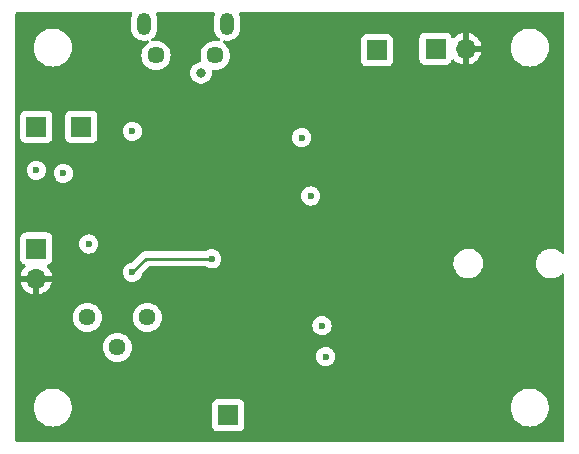
<source format=gbr>
%TF.GenerationSoftware,KiCad,Pcbnew,(6.0.2)*%
%TF.CreationDate,2023-09-05T21:11:47-07:00*%
%TF.ProjectId,parabolic_microphone,70617261-626f-46c6-9963-5f6d6963726f,rev?*%
%TF.SameCoordinates,Original*%
%TF.FileFunction,Copper,L4,Bot*%
%TF.FilePolarity,Positive*%
%FSLAX46Y46*%
G04 Gerber Fmt 4.6, Leading zero omitted, Abs format (unit mm)*
G04 Created by KiCad (PCBNEW (6.0.2)) date 2023-09-05 21:11:47*
%MOMM*%
%LPD*%
G01*
G04 APERTURE LIST*
%TA.AperFunction,ComponentPad*%
%ADD10R,1.700000X1.700000*%
%TD*%
%TA.AperFunction,ComponentPad*%
%ADD11O,1.700000X1.700000*%
%TD*%
%TA.AperFunction,ComponentPad*%
%ADD12O,1.200000X1.900000*%
%TD*%
%TA.AperFunction,ComponentPad*%
%ADD13C,1.450000*%
%TD*%
%TA.AperFunction,ComponentPad*%
%ADD14C,1.440000*%
%TD*%
%TA.AperFunction,ViaPad*%
%ADD15C,0.600000*%
%TD*%
%TA.AperFunction,ViaPad*%
%ADD16C,0.800000*%
%TD*%
%TA.AperFunction,Conductor*%
%ADD17C,0.250000*%
%TD*%
G04 APERTURE END LIST*
D10*
%TO.P,J3,1,Pin_1*%
%TO.N,Net-(C6-Pad2)*%
X69596000Y-43535600D03*
%TD*%
%TO.P,J7,1,Pin_1*%
%TO.N,Net-(J7-Pad1)*%
X85852000Y-67975800D03*
%TD*%
%TO.P,J1,1,Pin_1*%
%TO.N,VCC*%
X69596000Y-53848000D03*
D11*
%TO.P,J1,2,Pin_2*%
%TO.N,GND*%
X69596000Y-56388000D03*
%TD*%
D10*
%TO.P,J2,1,Pin_1*%
%TO.N,Net-(C7-Pad1)*%
X103398000Y-36932000D03*
D11*
%TO.P,J2,2,Pin_2*%
%TO.N,GND*%
X105938000Y-36932000D03*
%TD*%
D12*
%TO.P,J8,6,Shield*%
%TO.N,unconnected-(J8-Pad6)*%
X85740000Y-34798000D03*
D13*
X84740000Y-37498000D03*
D12*
X78740000Y-34798000D03*
D13*
X79740000Y-37498000D03*
%TD*%
D10*
%TO.P,J5,1,Pin_1*%
%TO.N,Net-(C7-Pad2)*%
X98445000Y-37059000D03*
%TD*%
D14*
%TO.P,RV1,1,1*%
%TO.N,Net-(R4-Pad2)*%
X78994000Y-59670000D03*
%TO.P,RV1,2,2*%
X76454000Y-62210000D03*
%TO.P,RV1,3,3*%
%TO.N,Net-(C8-Pad1)*%
X73914000Y-59670000D03*
%TD*%
D10*
%TO.P,J4,1,Pin_1*%
%TO.N,Net-(C6-Pad1)*%
X73406000Y-43535600D03*
%TD*%
D15*
%TO.N,VCC*%
X69596000Y-47224000D03*
X92837000Y-49403000D03*
X93788000Y-60387000D03*
D16*
X83540000Y-38989000D03*
D15*
X71882000Y-47478000D03*
X92075000Y-44450000D03*
X74041000Y-53467000D03*
X94107000Y-62992000D03*
X77724000Y-43922000D03*
%TO.N,GND*%
X89789000Y-62230000D03*
X89027000Y-57404000D03*
X81915000Y-43922000D03*
X71120000Y-63861000D03*
X103473000Y-49689000D03*
X82677000Y-52939000D03*
X72009000Y-51034000D03*
X70866000Y-51034000D03*
X111573000Y-56455000D03*
X74041000Y-57404000D03*
X75565000Y-51923000D03*
X68834000Y-51288000D03*
X88011000Y-46228000D03*
D16*
X80940000Y-38948000D03*
D15*
X87757000Y-43942000D03*
%TO.N,Net-(JP3-Pad2)*%
X77724000Y-55860000D03*
X84455000Y-54717000D03*
%TD*%
D17*
%TO.N,Net-(JP3-Pad2)*%
X77724000Y-55860000D02*
X78867000Y-54717000D01*
X78867000Y-54717000D02*
X84455000Y-54717000D01*
%TD*%
%TA.AperFunction,Conductor*%
%TO.N,GND*%
G36*
X77674283Y-33852802D02*
G01*
X77720776Y-33906458D01*
X77730880Y-33976732D01*
X77723028Y-34005898D01*
X77709199Y-34040214D01*
X77672314Y-34131737D01*
X77631772Y-34339337D01*
X77631500Y-34344899D01*
X77631500Y-35200846D01*
X77646548Y-35358566D01*
X77706092Y-35561534D01*
X77708836Y-35566861D01*
X77708836Y-35566862D01*
X77790756Y-35725919D01*
X77802942Y-35749580D01*
X77933604Y-35915920D01*
X77938135Y-35919852D01*
X77938138Y-35919855D01*
X78024058Y-35994412D01*
X78093363Y-36054552D01*
X78098549Y-36057552D01*
X78098553Y-36057555D01*
X78194957Y-36113326D01*
X78276454Y-36160473D01*
X78476271Y-36229861D01*
X78482206Y-36230722D01*
X78482208Y-36230722D01*
X78679664Y-36259352D01*
X78679667Y-36259352D01*
X78685604Y-36260213D01*
X78896899Y-36250433D01*
X78973347Y-36232009D01*
X79044258Y-36235494D01*
X79102028Y-36276763D01*
X79128315Y-36342714D01*
X79114774Y-36412407D01*
X79075139Y-36457715D01*
X79070094Y-36461248D01*
X78944093Y-36549475D01*
X78791475Y-36702093D01*
X78667677Y-36878894D01*
X78665354Y-36883876D01*
X78665351Y-36883881D01*
X78578784Y-37069525D01*
X78576461Y-37074507D01*
X78575039Y-37079815D01*
X78575038Y-37079817D01*
X78545574Y-37189778D01*
X78520599Y-37282987D01*
X78501788Y-37498000D01*
X78520599Y-37713013D01*
X78522023Y-37718326D01*
X78522023Y-37718328D01*
X78573609Y-37910848D01*
X78576461Y-37921493D01*
X78578783Y-37926474D01*
X78578784Y-37926475D01*
X78665351Y-38112119D01*
X78665354Y-38112124D01*
X78667677Y-38117106D01*
X78736990Y-38216094D01*
X78784957Y-38284598D01*
X78791475Y-38293907D01*
X78944093Y-38446525D01*
X79120894Y-38570323D01*
X79125876Y-38572646D01*
X79125881Y-38572649D01*
X79235423Y-38623729D01*
X79316507Y-38661539D01*
X79321815Y-38662961D01*
X79321817Y-38662962D01*
X79519672Y-38715977D01*
X79519674Y-38715977D01*
X79524987Y-38717401D01*
X79740000Y-38736212D01*
X79955013Y-38717401D01*
X79960326Y-38715977D01*
X79960328Y-38715977D01*
X80158183Y-38662962D01*
X80158185Y-38662961D01*
X80163493Y-38661539D01*
X80244577Y-38623729D01*
X80354119Y-38572649D01*
X80354124Y-38572646D01*
X80359106Y-38570323D01*
X80535907Y-38446525D01*
X80688525Y-38293907D01*
X80695044Y-38284598D01*
X80743010Y-38216094D01*
X80812323Y-38117106D01*
X80814646Y-38112124D01*
X80814649Y-38112119D01*
X80901216Y-37926475D01*
X80901217Y-37926474D01*
X80903539Y-37921493D01*
X80906392Y-37910848D01*
X80957977Y-37718328D01*
X80957977Y-37718326D01*
X80959401Y-37713013D01*
X80978212Y-37498000D01*
X80959401Y-37282987D01*
X80934426Y-37189778D01*
X80904962Y-37079817D01*
X80904961Y-37079815D01*
X80903539Y-37074507D01*
X80901216Y-37069525D01*
X80814649Y-36883881D01*
X80814646Y-36883876D01*
X80812323Y-36878894D01*
X80688525Y-36702093D01*
X80535907Y-36549475D01*
X80359106Y-36425677D01*
X80354124Y-36423354D01*
X80354119Y-36423351D01*
X80168475Y-36336784D01*
X80168474Y-36336783D01*
X80163493Y-36334461D01*
X80158185Y-36333039D01*
X80158183Y-36333038D01*
X79960328Y-36280023D01*
X79960326Y-36280023D01*
X79955013Y-36278599D01*
X79740000Y-36259788D01*
X79524987Y-36278599D01*
X79519674Y-36280023D01*
X79519672Y-36280023D01*
X79459216Y-36296222D01*
X79388239Y-36294532D01*
X79329444Y-36254738D01*
X79301496Y-36189473D01*
X79313270Y-36119460D01*
X79353705Y-36071745D01*
X79373710Y-36057555D01*
X79467611Y-35990946D01*
X79613881Y-35838150D01*
X79728620Y-35660452D01*
X79763514Y-35573869D01*
X79805442Y-35469832D01*
X79805443Y-35469829D01*
X79807686Y-35464263D01*
X79848228Y-35256663D01*
X79848500Y-35251101D01*
X79848500Y-34395154D01*
X79833452Y-34237434D01*
X79773908Y-34034466D01*
X79764650Y-34016490D01*
X79751242Y-33946772D01*
X79777656Y-33880872D01*
X79835505Y-33839713D01*
X79876667Y-33832800D01*
X84606162Y-33832800D01*
X84674283Y-33852802D01*
X84720776Y-33906458D01*
X84730880Y-33976732D01*
X84723028Y-34005898D01*
X84709199Y-34040214D01*
X84672314Y-34131737D01*
X84631772Y-34339337D01*
X84631500Y-34344899D01*
X84631500Y-35200846D01*
X84646548Y-35358566D01*
X84706092Y-35561534D01*
X84708836Y-35566861D01*
X84708836Y-35566862D01*
X84790756Y-35725919D01*
X84802942Y-35749580D01*
X84933604Y-35915920D01*
X84938135Y-35919852D01*
X84938138Y-35919855D01*
X85024058Y-35994412D01*
X85093363Y-36054552D01*
X85104182Y-36060811D01*
X85108508Y-36063314D01*
X85157455Y-36114741D01*
X85170828Y-36184467D01*
X85144381Y-36250354D01*
X85086511Y-36291483D01*
X85012797Y-36294082D01*
X84960335Y-36280024D01*
X84960324Y-36280022D01*
X84955013Y-36278599D01*
X84740000Y-36259788D01*
X84524987Y-36278599D01*
X84519674Y-36280023D01*
X84519672Y-36280023D01*
X84321817Y-36333038D01*
X84321815Y-36333039D01*
X84316507Y-36334461D01*
X84311526Y-36336783D01*
X84311525Y-36336784D01*
X84125881Y-36423351D01*
X84125876Y-36423354D01*
X84120894Y-36425677D01*
X83944093Y-36549475D01*
X83791475Y-36702093D01*
X83667677Y-36878894D01*
X83665354Y-36883876D01*
X83665351Y-36883881D01*
X83578784Y-37069525D01*
X83576461Y-37074507D01*
X83575039Y-37079815D01*
X83575038Y-37079817D01*
X83545574Y-37189778D01*
X83520599Y-37282987D01*
X83501788Y-37498000D01*
X83520599Y-37713013D01*
X83522023Y-37718326D01*
X83522023Y-37718328D01*
X83576461Y-37921493D01*
X83573990Y-37922155D01*
X83577794Y-37982295D01*
X83543257Y-38044326D01*
X83480667Y-38077837D01*
X83454898Y-38080500D01*
X83444513Y-38080500D01*
X83438061Y-38081872D01*
X83438056Y-38081872D01*
X83355295Y-38099464D01*
X83257712Y-38120206D01*
X83251682Y-38122891D01*
X83251681Y-38122891D01*
X83089278Y-38195197D01*
X83089276Y-38195198D01*
X83083248Y-38197882D01*
X82928747Y-38310134D01*
X82924326Y-38315044D01*
X82924325Y-38315045D01*
X82813340Y-38438307D01*
X82800960Y-38452056D01*
X82705473Y-38617444D01*
X82646458Y-38799072D01*
X82626496Y-38989000D01*
X82646458Y-39178928D01*
X82705473Y-39360556D01*
X82800960Y-39525944D01*
X82928747Y-39667866D01*
X83083248Y-39780118D01*
X83089276Y-39782802D01*
X83089278Y-39782803D01*
X83251681Y-39855109D01*
X83257712Y-39857794D01*
X83351112Y-39877647D01*
X83438056Y-39896128D01*
X83438061Y-39896128D01*
X83444513Y-39897500D01*
X83635487Y-39897500D01*
X83641939Y-39896128D01*
X83641944Y-39896128D01*
X83728887Y-39877647D01*
X83822288Y-39857794D01*
X83828319Y-39855109D01*
X83990722Y-39782803D01*
X83990724Y-39782802D01*
X83996752Y-39780118D01*
X84151253Y-39667866D01*
X84279040Y-39525944D01*
X84374527Y-39360556D01*
X84433542Y-39178928D01*
X84453504Y-38989000D01*
X84440007Y-38860581D01*
X84452779Y-38790743D01*
X84501281Y-38738896D01*
X84576298Y-38721890D01*
X84740000Y-38736212D01*
X84955013Y-38717401D01*
X84960326Y-38715977D01*
X84960328Y-38715977D01*
X85158183Y-38662962D01*
X85158185Y-38662961D01*
X85163493Y-38661539D01*
X85244577Y-38623729D01*
X85354119Y-38572649D01*
X85354124Y-38572646D01*
X85359106Y-38570323D01*
X85535907Y-38446525D01*
X85688525Y-38293907D01*
X85695044Y-38284598D01*
X85743010Y-38216094D01*
X85812323Y-38117106D01*
X85814646Y-38112124D01*
X85814649Y-38112119D01*
X85886920Y-37957134D01*
X97086500Y-37957134D01*
X97093255Y-38019316D01*
X97144385Y-38155705D01*
X97231739Y-38272261D01*
X97348295Y-38359615D01*
X97484684Y-38410745D01*
X97546866Y-38417500D01*
X99343134Y-38417500D01*
X99405316Y-38410745D01*
X99541705Y-38359615D01*
X99658261Y-38272261D01*
X99745615Y-38155705D01*
X99796745Y-38019316D01*
X99803500Y-37957134D01*
X99803500Y-37830134D01*
X102039500Y-37830134D01*
X102046255Y-37892316D01*
X102097385Y-38028705D01*
X102184739Y-38145261D01*
X102301295Y-38232615D01*
X102437684Y-38283745D01*
X102499866Y-38290500D01*
X104296134Y-38290500D01*
X104358316Y-38283745D01*
X104494705Y-38232615D01*
X104611261Y-38145261D01*
X104698615Y-38028705D01*
X104726727Y-37953717D01*
X104742798Y-37910848D01*
X104785440Y-37854084D01*
X104852001Y-37829384D01*
X104921350Y-37844592D01*
X104956017Y-37872580D01*
X104981218Y-37901673D01*
X104988580Y-37908883D01*
X105152434Y-38044916D01*
X105160881Y-38050831D01*
X105344756Y-38158279D01*
X105354042Y-38162729D01*
X105553001Y-38238703D01*
X105562899Y-38241579D01*
X105666250Y-38262606D01*
X105680299Y-38261410D01*
X105684000Y-38251065D01*
X105684000Y-38250517D01*
X106192000Y-38250517D01*
X106196064Y-38264359D01*
X106209478Y-38266393D01*
X106216184Y-38265534D01*
X106226262Y-38263392D01*
X106430255Y-38202191D01*
X106439842Y-38198433D01*
X106631095Y-38104739D01*
X106639945Y-38099464D01*
X106813328Y-37975792D01*
X106821200Y-37969139D01*
X106972052Y-37818812D01*
X106978730Y-37810965D01*
X107103003Y-37638020D01*
X107108313Y-37629183D01*
X107202670Y-37438267D01*
X107206469Y-37428672D01*
X107268377Y-37224910D01*
X107270555Y-37214837D01*
X107271986Y-37203962D01*
X107269775Y-37189778D01*
X107256617Y-37186000D01*
X106210115Y-37186000D01*
X106194876Y-37190475D01*
X106193671Y-37191865D01*
X106192000Y-37199548D01*
X106192000Y-38250517D01*
X105684000Y-38250517D01*
X105684000Y-36830000D01*
X109765526Y-36830000D01*
X109785391Y-37082403D01*
X109786545Y-37087210D01*
X109786546Y-37087216D01*
X109811670Y-37191865D01*
X109844495Y-37328591D01*
X109846388Y-37333162D01*
X109846389Y-37333164D01*
X109912399Y-37492525D01*
X109941384Y-37562502D01*
X110073672Y-37778376D01*
X110238102Y-37970898D01*
X110430624Y-38135328D01*
X110646498Y-38267616D01*
X110651068Y-38269509D01*
X110651072Y-38269511D01*
X110868603Y-38359615D01*
X110880409Y-38364505D01*
X110965032Y-38384821D01*
X111121784Y-38422454D01*
X111121790Y-38422455D01*
X111126597Y-38423609D01*
X111226416Y-38431465D01*
X111313345Y-38438307D01*
X111313352Y-38438307D01*
X111315801Y-38438500D01*
X111442199Y-38438500D01*
X111444648Y-38438307D01*
X111444655Y-38438307D01*
X111531584Y-38431465D01*
X111631403Y-38423609D01*
X111636210Y-38422455D01*
X111636216Y-38422454D01*
X111792968Y-38384821D01*
X111877591Y-38364505D01*
X111889397Y-38359615D01*
X112106928Y-38269511D01*
X112106932Y-38269509D01*
X112111502Y-38267616D01*
X112327376Y-38135328D01*
X112519898Y-37970898D01*
X112684328Y-37778376D01*
X112816616Y-37562502D01*
X112845602Y-37492525D01*
X112911611Y-37333164D01*
X112911612Y-37333162D01*
X112913505Y-37328591D01*
X112946330Y-37191865D01*
X112971454Y-37087216D01*
X112971455Y-37087210D01*
X112972609Y-37082403D01*
X112992474Y-36830000D01*
X112972609Y-36577597D01*
X112966794Y-36553372D01*
X112914660Y-36336221D01*
X112913505Y-36331409D01*
X112898044Y-36294082D01*
X112818511Y-36102072D01*
X112818509Y-36102068D01*
X112816616Y-36097498D01*
X112684328Y-35881624D01*
X112519898Y-35689102D01*
X112327376Y-35524672D01*
X112111502Y-35392384D01*
X112106932Y-35390491D01*
X112106928Y-35390489D01*
X111882164Y-35297389D01*
X111882162Y-35297388D01*
X111877591Y-35295495D01*
X111792968Y-35275179D01*
X111636216Y-35237546D01*
X111636210Y-35237545D01*
X111631403Y-35236391D01*
X111531584Y-35228535D01*
X111444655Y-35221693D01*
X111444648Y-35221693D01*
X111442199Y-35221500D01*
X111315801Y-35221500D01*
X111313352Y-35221693D01*
X111313345Y-35221693D01*
X111226416Y-35228535D01*
X111126597Y-35236391D01*
X111121790Y-35237545D01*
X111121784Y-35237546D01*
X110965032Y-35275179D01*
X110880409Y-35295495D01*
X110875838Y-35297388D01*
X110875836Y-35297389D01*
X110651072Y-35390489D01*
X110651068Y-35390491D01*
X110646498Y-35392384D01*
X110430624Y-35524672D01*
X110238102Y-35689102D01*
X110073672Y-35881624D01*
X109941384Y-36097498D01*
X109939491Y-36102068D01*
X109939489Y-36102072D01*
X109859956Y-36294082D01*
X109844495Y-36331409D01*
X109843340Y-36336221D01*
X109791207Y-36553372D01*
X109785391Y-36577597D01*
X109765526Y-36830000D01*
X105684000Y-36830000D01*
X105684000Y-36659885D01*
X106192000Y-36659885D01*
X106196475Y-36675124D01*
X106197865Y-36676329D01*
X106205548Y-36678000D01*
X107256344Y-36678000D01*
X107269875Y-36674027D01*
X107271180Y-36664947D01*
X107229214Y-36497875D01*
X107225894Y-36488124D01*
X107140972Y-36292814D01*
X107136105Y-36283739D01*
X107020426Y-36104926D01*
X107014136Y-36096757D01*
X106870806Y-35939240D01*
X106863273Y-35932215D01*
X106696139Y-35800222D01*
X106687552Y-35794517D01*
X106501117Y-35691599D01*
X106491705Y-35687369D01*
X106290959Y-35616280D01*
X106280988Y-35613646D01*
X106209837Y-35600972D01*
X106196540Y-35602432D01*
X106192000Y-35616989D01*
X106192000Y-36659885D01*
X105684000Y-36659885D01*
X105684000Y-35615102D01*
X105680082Y-35601758D01*
X105665806Y-35599771D01*
X105627324Y-35605660D01*
X105617288Y-35608051D01*
X105414868Y-35674212D01*
X105405359Y-35678209D01*
X105216463Y-35776542D01*
X105207738Y-35782036D01*
X105037433Y-35909905D01*
X105029726Y-35916748D01*
X104952478Y-35997584D01*
X104890954Y-36033014D01*
X104820042Y-36029557D01*
X104762255Y-35988311D01*
X104743402Y-35954763D01*
X104701767Y-35843703D01*
X104698615Y-35835295D01*
X104611261Y-35718739D01*
X104494705Y-35631385D01*
X104358316Y-35580255D01*
X104296134Y-35573500D01*
X102499866Y-35573500D01*
X102437684Y-35580255D01*
X102301295Y-35631385D01*
X102184739Y-35718739D01*
X102097385Y-35835295D01*
X102046255Y-35971684D01*
X102039500Y-36033866D01*
X102039500Y-37830134D01*
X99803500Y-37830134D01*
X99803500Y-36160866D01*
X99796745Y-36098684D01*
X99745615Y-35962295D01*
X99658261Y-35845739D01*
X99541705Y-35758385D01*
X99405316Y-35707255D01*
X99343134Y-35700500D01*
X97546866Y-35700500D01*
X97484684Y-35707255D01*
X97348295Y-35758385D01*
X97231739Y-35845739D01*
X97144385Y-35962295D01*
X97093255Y-36098684D01*
X97086500Y-36160866D01*
X97086500Y-37957134D01*
X85886920Y-37957134D01*
X85901216Y-37926475D01*
X85901217Y-37926474D01*
X85903539Y-37921493D01*
X85906392Y-37910848D01*
X85957977Y-37718328D01*
X85957977Y-37718326D01*
X85959401Y-37713013D01*
X85978212Y-37498000D01*
X85959401Y-37282987D01*
X85934426Y-37189778D01*
X85904962Y-37079817D01*
X85904961Y-37079815D01*
X85903539Y-37074507D01*
X85901216Y-37069525D01*
X85814649Y-36883881D01*
X85814646Y-36883876D01*
X85812323Y-36878894D01*
X85688525Y-36702093D01*
X85535907Y-36549475D01*
X85409905Y-36461247D01*
X85365578Y-36405791D01*
X85358269Y-36335172D01*
X85390300Y-36271811D01*
X85451501Y-36235826D01*
X85500257Y-36233339D01*
X85679664Y-36259352D01*
X85679667Y-36259352D01*
X85685604Y-36260213D01*
X85896899Y-36250433D01*
X86028077Y-36218819D01*
X86096701Y-36202281D01*
X86096703Y-36202280D01*
X86102534Y-36200875D01*
X86107992Y-36198393D01*
X86107996Y-36198392D01*
X86281596Y-36119460D01*
X86295087Y-36113326D01*
X86467611Y-35990946D01*
X86613881Y-35838150D01*
X86728620Y-35660452D01*
X86763514Y-35573869D01*
X86805442Y-35469832D01*
X86805443Y-35469829D01*
X86807686Y-35464263D01*
X86848228Y-35256663D01*
X86848500Y-35251101D01*
X86848500Y-34395154D01*
X86833452Y-34237434D01*
X86773908Y-34034466D01*
X86764650Y-34016490D01*
X86751242Y-33946772D01*
X86777656Y-33880872D01*
X86835505Y-33839713D01*
X86876667Y-33832800D01*
X114174000Y-33832800D01*
X114242121Y-33852802D01*
X114288614Y-33906458D01*
X114300000Y-33958800D01*
X114300000Y-54156845D01*
X114279998Y-54224966D01*
X114226342Y-54271459D01*
X114156068Y-54281563D01*
X114089200Y-54250039D01*
X114071346Y-54233793D01*
X113936964Y-54111515D01*
X113932217Y-54108537D01*
X113932214Y-54108535D01*
X113751405Y-53995115D01*
X113746656Y-53992136D01*
X113538217Y-53908344D01*
X113318233Y-53862787D01*
X113313622Y-53862521D01*
X113313621Y-53862521D01*
X113263048Y-53859605D01*
X113263044Y-53859605D01*
X113261225Y-53859500D01*
X113116001Y-53859500D01*
X113113214Y-53859749D01*
X113113208Y-53859749D01*
X113043071Y-53866009D01*
X112949238Y-53874383D01*
X112943824Y-53875864D01*
X112943819Y-53875865D01*
X112829262Y-53907205D01*
X112732549Y-53933663D01*
X112727491Y-53936075D01*
X112727487Y-53936077D01*
X112659537Y-53968488D01*
X112529782Y-54030378D01*
X112347346Y-54161471D01*
X112320316Y-54189364D01*
X112230969Y-54281563D01*
X112191008Y-54322799D01*
X112065710Y-54509262D01*
X111975412Y-54714967D01*
X111974103Y-54720418D01*
X111974102Y-54720422D01*
X111968528Y-54743639D01*
X111922968Y-54933411D01*
X111922645Y-54939016D01*
X111913665Y-55094773D01*
X111910037Y-55157690D01*
X111937025Y-55380715D01*
X112003082Y-55595435D01*
X112005652Y-55600415D01*
X112005654Y-55600419D01*
X112103546Y-55790081D01*
X112106118Y-55795064D01*
X112242877Y-55973292D01*
X112409036Y-56124485D01*
X112413783Y-56127463D01*
X112413786Y-56127465D01*
X112580275Y-56231902D01*
X112599344Y-56243864D01*
X112807783Y-56327656D01*
X113027767Y-56373213D01*
X113032378Y-56373479D01*
X113032379Y-56373479D01*
X113082952Y-56376395D01*
X113082956Y-56376395D01*
X113084775Y-56376500D01*
X113229999Y-56376500D01*
X113232786Y-56376251D01*
X113232792Y-56376251D01*
X113302929Y-56369991D01*
X113396762Y-56361617D01*
X113402176Y-56360136D01*
X113402181Y-56360135D01*
X113529912Y-56325191D01*
X113613451Y-56302337D01*
X113618509Y-56299925D01*
X113618513Y-56299923D01*
X113736042Y-56243864D01*
X113816218Y-56205622D01*
X113998654Y-56074529D01*
X114083517Y-55986958D01*
X114145286Y-55951958D01*
X114216173Y-55955910D01*
X114273670Y-55997559D01*
X114299522Y-56063681D01*
X114300000Y-56074643D01*
X114300000Y-70079600D01*
X114279998Y-70147721D01*
X114226342Y-70194214D01*
X114174000Y-70205600D01*
X67944000Y-70205600D01*
X67875879Y-70185598D01*
X67829386Y-70131942D01*
X67818000Y-70079600D01*
X67818000Y-67310000D01*
X69379526Y-67310000D01*
X69399391Y-67562403D01*
X69458495Y-67808591D01*
X69555384Y-68042502D01*
X69687672Y-68258376D01*
X69852102Y-68450898D01*
X70044624Y-68615328D01*
X70260498Y-68747616D01*
X70265068Y-68749509D01*
X70265072Y-68749511D01*
X70489836Y-68842611D01*
X70494409Y-68844505D01*
X70579032Y-68864821D01*
X70735784Y-68902454D01*
X70735790Y-68902455D01*
X70740597Y-68903609D01*
X70840416Y-68911465D01*
X70927345Y-68918307D01*
X70927352Y-68918307D01*
X70929801Y-68918500D01*
X71056199Y-68918500D01*
X71058648Y-68918307D01*
X71058655Y-68918307D01*
X71145584Y-68911465D01*
X71245403Y-68903609D01*
X71250210Y-68902455D01*
X71250216Y-68902454D01*
X71369010Y-68873934D01*
X84493500Y-68873934D01*
X84500255Y-68936116D01*
X84551385Y-69072505D01*
X84638739Y-69189061D01*
X84755295Y-69276415D01*
X84891684Y-69327545D01*
X84953866Y-69334300D01*
X86750134Y-69334300D01*
X86812316Y-69327545D01*
X86948705Y-69276415D01*
X87065261Y-69189061D01*
X87152615Y-69072505D01*
X87203745Y-68936116D01*
X87210500Y-68873934D01*
X87210500Y-67310000D01*
X109765526Y-67310000D01*
X109785391Y-67562403D01*
X109844495Y-67808591D01*
X109941384Y-68042502D01*
X110073672Y-68258376D01*
X110238102Y-68450898D01*
X110430624Y-68615328D01*
X110646498Y-68747616D01*
X110651068Y-68749509D01*
X110651072Y-68749511D01*
X110875836Y-68842611D01*
X110880409Y-68844505D01*
X110965032Y-68864821D01*
X111121784Y-68902454D01*
X111121790Y-68902455D01*
X111126597Y-68903609D01*
X111226416Y-68911465D01*
X111313345Y-68918307D01*
X111313352Y-68918307D01*
X111315801Y-68918500D01*
X111442199Y-68918500D01*
X111444648Y-68918307D01*
X111444655Y-68918307D01*
X111531584Y-68911465D01*
X111631403Y-68903609D01*
X111636210Y-68902455D01*
X111636216Y-68902454D01*
X111792968Y-68864821D01*
X111877591Y-68844505D01*
X111882164Y-68842611D01*
X112106928Y-68749511D01*
X112106932Y-68749509D01*
X112111502Y-68747616D01*
X112327376Y-68615328D01*
X112519898Y-68450898D01*
X112684328Y-68258376D01*
X112816616Y-68042502D01*
X112913505Y-67808591D01*
X112972609Y-67562403D01*
X112992474Y-67310000D01*
X112972609Y-67057597D01*
X112960723Y-67008085D01*
X112914660Y-66816221D01*
X112913505Y-66811409D01*
X112911611Y-66806836D01*
X112818511Y-66582072D01*
X112818509Y-66582068D01*
X112816616Y-66577498D01*
X112684328Y-66361624D01*
X112519898Y-66169102D01*
X112327376Y-66004672D01*
X112111502Y-65872384D01*
X112106932Y-65870491D01*
X112106928Y-65870489D01*
X111882164Y-65777389D01*
X111882162Y-65777388D01*
X111877591Y-65775495D01*
X111792968Y-65755179D01*
X111636216Y-65717546D01*
X111636210Y-65717545D01*
X111631403Y-65716391D01*
X111531584Y-65708535D01*
X111444655Y-65701693D01*
X111444648Y-65701693D01*
X111442199Y-65701500D01*
X111315801Y-65701500D01*
X111313352Y-65701693D01*
X111313345Y-65701693D01*
X111226416Y-65708535D01*
X111126597Y-65716391D01*
X111121790Y-65717545D01*
X111121784Y-65717546D01*
X110965032Y-65755179D01*
X110880409Y-65775495D01*
X110875838Y-65777388D01*
X110875836Y-65777389D01*
X110651072Y-65870489D01*
X110651068Y-65870491D01*
X110646498Y-65872384D01*
X110430624Y-66004672D01*
X110238102Y-66169102D01*
X110073672Y-66361624D01*
X109941384Y-66577498D01*
X109939491Y-66582068D01*
X109939489Y-66582072D01*
X109846389Y-66806836D01*
X109844495Y-66811409D01*
X109843340Y-66816221D01*
X109797278Y-67008085D01*
X109785391Y-67057597D01*
X109765526Y-67310000D01*
X87210500Y-67310000D01*
X87210500Y-67077666D01*
X87203745Y-67015484D01*
X87152615Y-66879095D01*
X87065261Y-66762539D01*
X86948705Y-66675185D01*
X86812316Y-66624055D01*
X86750134Y-66617300D01*
X84953866Y-66617300D01*
X84891684Y-66624055D01*
X84755295Y-66675185D01*
X84638739Y-66762539D01*
X84551385Y-66879095D01*
X84500255Y-67015484D01*
X84493500Y-67077666D01*
X84493500Y-68873934D01*
X71369010Y-68873934D01*
X71406968Y-68864821D01*
X71491591Y-68844505D01*
X71496164Y-68842611D01*
X71720928Y-68749511D01*
X71720932Y-68749509D01*
X71725502Y-68747616D01*
X71941376Y-68615328D01*
X72133898Y-68450898D01*
X72298328Y-68258376D01*
X72430616Y-68042502D01*
X72527505Y-67808591D01*
X72586609Y-67562403D01*
X72606474Y-67310000D01*
X72586609Y-67057597D01*
X72574723Y-67008085D01*
X72528660Y-66816221D01*
X72527505Y-66811409D01*
X72525611Y-66806836D01*
X72432511Y-66582072D01*
X72432509Y-66582068D01*
X72430616Y-66577498D01*
X72298328Y-66361624D01*
X72133898Y-66169102D01*
X71941376Y-66004672D01*
X71725502Y-65872384D01*
X71720932Y-65870491D01*
X71720928Y-65870489D01*
X71496164Y-65777389D01*
X71496162Y-65777388D01*
X71491591Y-65775495D01*
X71406968Y-65755179D01*
X71250216Y-65717546D01*
X71250210Y-65717545D01*
X71245403Y-65716391D01*
X71145584Y-65708535D01*
X71058655Y-65701693D01*
X71058648Y-65701693D01*
X71056199Y-65701500D01*
X70929801Y-65701500D01*
X70927352Y-65701693D01*
X70927345Y-65701693D01*
X70840416Y-65708535D01*
X70740597Y-65716391D01*
X70735790Y-65717545D01*
X70735784Y-65717546D01*
X70579032Y-65755179D01*
X70494409Y-65775495D01*
X70489838Y-65777388D01*
X70489836Y-65777389D01*
X70265072Y-65870489D01*
X70265068Y-65870491D01*
X70260498Y-65872384D01*
X70044624Y-66004672D01*
X69852102Y-66169102D01*
X69687672Y-66361624D01*
X69555384Y-66577498D01*
X69553491Y-66582068D01*
X69553489Y-66582072D01*
X69460389Y-66806836D01*
X69458495Y-66811409D01*
X69457340Y-66816221D01*
X69411278Y-67008085D01*
X69399391Y-67057597D01*
X69379526Y-67310000D01*
X67818000Y-67310000D01*
X67818000Y-62210000D01*
X75220807Y-62210000D01*
X75239542Y-62424142D01*
X75295178Y-62631777D01*
X75297500Y-62636757D01*
X75297501Y-62636759D01*
X75382363Y-62818744D01*
X75386024Y-62826596D01*
X75509319Y-63002681D01*
X75661319Y-63154681D01*
X75837403Y-63277976D01*
X75842381Y-63280297D01*
X75842384Y-63280299D01*
X75968906Y-63339297D01*
X76032223Y-63368822D01*
X76037531Y-63370244D01*
X76037533Y-63370245D01*
X76234543Y-63423034D01*
X76234545Y-63423034D01*
X76239858Y-63424458D01*
X76454000Y-63443193D01*
X76668142Y-63424458D01*
X76673455Y-63423034D01*
X76673457Y-63423034D01*
X76870467Y-63370245D01*
X76870469Y-63370244D01*
X76875777Y-63368822D01*
X76939094Y-63339297D01*
X77065616Y-63280299D01*
X77065619Y-63280297D01*
X77070597Y-63277976D01*
X77246681Y-63154681D01*
X77398681Y-63002681D01*
X77414114Y-62980640D01*
X93293463Y-62980640D01*
X93311163Y-63161160D01*
X93368418Y-63333273D01*
X93372065Y-63339295D01*
X93372066Y-63339297D01*
X93422779Y-63423034D01*
X93462380Y-63488424D01*
X93588382Y-63618902D01*
X93740159Y-63718222D01*
X93746763Y-63720678D01*
X93746765Y-63720679D01*
X93903558Y-63778990D01*
X93903560Y-63778990D01*
X93910168Y-63781448D01*
X93993995Y-63792633D01*
X94082980Y-63804507D01*
X94082984Y-63804507D01*
X94089961Y-63805438D01*
X94096972Y-63804800D01*
X94096976Y-63804800D01*
X94239459Y-63791832D01*
X94270600Y-63788998D01*
X94277302Y-63786820D01*
X94277304Y-63786820D01*
X94436409Y-63735124D01*
X94436412Y-63735123D01*
X94443108Y-63732947D01*
X94598912Y-63640069D01*
X94730266Y-63514982D01*
X94830643Y-63363902D01*
X94895055Y-63194338D01*
X94896035Y-63187366D01*
X94919748Y-63018639D01*
X94919748Y-63018636D01*
X94920299Y-63014717D01*
X94920616Y-62992000D01*
X94900397Y-62811745D01*
X94898080Y-62805091D01*
X94843064Y-62647106D01*
X94843062Y-62647103D01*
X94840745Y-62640448D01*
X94744626Y-62486624D01*
X94687857Y-62429457D01*
X94621778Y-62362915D01*
X94621774Y-62362912D01*
X94616815Y-62357918D01*
X94605697Y-62350862D01*
X94557538Y-62320300D01*
X94463666Y-62260727D01*
X94434463Y-62250328D01*
X94299425Y-62202243D01*
X94299420Y-62202242D01*
X94292790Y-62199881D01*
X94285802Y-62199048D01*
X94285799Y-62199047D01*
X94162698Y-62184368D01*
X94112680Y-62178404D01*
X94105677Y-62179140D01*
X94105676Y-62179140D01*
X93939288Y-62196628D01*
X93939286Y-62196629D01*
X93932288Y-62197364D01*
X93760579Y-62255818D01*
X93754575Y-62259512D01*
X93612095Y-62347166D01*
X93612092Y-62347168D01*
X93606088Y-62350862D01*
X93601053Y-62355793D01*
X93601050Y-62355795D01*
X93481525Y-62472843D01*
X93476493Y-62477771D01*
X93378235Y-62630238D01*
X93375826Y-62636858D01*
X93375824Y-62636861D01*
X93318606Y-62794066D01*
X93316197Y-62800685D01*
X93293463Y-62980640D01*
X77414114Y-62980640D01*
X77521976Y-62826596D01*
X77525638Y-62818744D01*
X77610499Y-62636759D01*
X77610500Y-62636757D01*
X77612822Y-62631777D01*
X77668458Y-62424142D01*
X77687193Y-62210000D01*
X77668458Y-61995858D01*
X77612822Y-61788223D01*
X77521976Y-61593404D01*
X77398681Y-61417319D01*
X77246681Y-61265319D01*
X77070597Y-61142024D01*
X77065619Y-61139703D01*
X77065616Y-61139701D01*
X76880759Y-61053501D01*
X76880758Y-61053500D01*
X76875777Y-61051178D01*
X76870469Y-61049756D01*
X76870467Y-61049755D01*
X76673457Y-60996966D01*
X76673455Y-60996966D01*
X76668142Y-60995542D01*
X76454000Y-60976807D01*
X76239858Y-60995542D01*
X76234545Y-60996966D01*
X76234543Y-60996966D01*
X76037533Y-61049755D01*
X76037531Y-61049756D01*
X76032223Y-61051178D01*
X76027243Y-61053500D01*
X76027241Y-61053501D01*
X75842385Y-61139701D01*
X75842382Y-61139703D01*
X75837404Y-61142024D01*
X75661319Y-61265319D01*
X75509319Y-61417319D01*
X75386024Y-61593404D01*
X75295178Y-61788223D01*
X75239542Y-61995858D01*
X75220807Y-62210000D01*
X67818000Y-62210000D01*
X67818000Y-59670000D01*
X72680807Y-59670000D01*
X72699542Y-59884142D01*
X72700966Y-59889455D01*
X72700966Y-59889457D01*
X72741869Y-60042106D01*
X72755178Y-60091777D01*
X72757500Y-60096757D01*
X72757501Y-60096759D01*
X72808789Y-60206745D01*
X72846024Y-60286596D01*
X72969319Y-60462681D01*
X73121319Y-60614681D01*
X73297403Y-60737976D01*
X73302381Y-60740297D01*
X73302384Y-60740299D01*
X73354869Y-60764773D01*
X73492223Y-60828822D01*
X73497531Y-60830244D01*
X73497533Y-60830245D01*
X73694543Y-60883034D01*
X73694545Y-60883034D01*
X73699858Y-60884458D01*
X73914000Y-60903193D01*
X74128142Y-60884458D01*
X74133455Y-60883034D01*
X74133457Y-60883034D01*
X74330467Y-60830245D01*
X74330469Y-60830244D01*
X74335777Y-60828822D01*
X74473131Y-60764773D01*
X74525616Y-60740299D01*
X74525619Y-60740297D01*
X74530597Y-60737976D01*
X74706681Y-60614681D01*
X74858681Y-60462681D01*
X74981976Y-60286596D01*
X75019212Y-60206745D01*
X75070499Y-60096759D01*
X75070500Y-60096757D01*
X75072822Y-60091777D01*
X75086132Y-60042106D01*
X75127034Y-59889457D01*
X75127034Y-59889455D01*
X75128458Y-59884142D01*
X75147193Y-59670000D01*
X77760807Y-59670000D01*
X77779542Y-59884142D01*
X77780966Y-59889455D01*
X77780966Y-59889457D01*
X77821869Y-60042106D01*
X77835178Y-60091777D01*
X77837500Y-60096757D01*
X77837501Y-60096759D01*
X77888789Y-60206745D01*
X77926024Y-60286596D01*
X78049319Y-60462681D01*
X78201319Y-60614681D01*
X78377403Y-60737976D01*
X78382381Y-60740297D01*
X78382384Y-60740299D01*
X78434869Y-60764773D01*
X78572223Y-60828822D01*
X78577531Y-60830244D01*
X78577533Y-60830245D01*
X78774543Y-60883034D01*
X78774545Y-60883034D01*
X78779858Y-60884458D01*
X78994000Y-60903193D01*
X79208142Y-60884458D01*
X79213455Y-60883034D01*
X79213457Y-60883034D01*
X79410467Y-60830245D01*
X79410469Y-60830244D01*
X79415777Y-60828822D01*
X79553131Y-60764773D01*
X79605616Y-60740299D01*
X79605619Y-60740297D01*
X79610597Y-60737976D01*
X79786681Y-60614681D01*
X79938681Y-60462681D01*
X79999627Y-60375640D01*
X92974463Y-60375640D01*
X92992163Y-60556160D01*
X93049418Y-60728273D01*
X93053065Y-60734295D01*
X93053066Y-60734297D01*
X93063978Y-60752314D01*
X93143380Y-60883424D01*
X93269382Y-61013902D01*
X93421159Y-61113222D01*
X93427763Y-61115678D01*
X93427765Y-61115679D01*
X93584558Y-61173990D01*
X93584560Y-61173990D01*
X93591168Y-61176448D01*
X93674995Y-61187633D01*
X93763980Y-61199507D01*
X93763984Y-61199507D01*
X93770961Y-61200438D01*
X93777972Y-61199800D01*
X93777976Y-61199800D01*
X93920459Y-61186832D01*
X93951600Y-61183998D01*
X93958302Y-61181820D01*
X93958304Y-61181820D01*
X94117409Y-61130124D01*
X94117412Y-61130123D01*
X94124108Y-61127947D01*
X94279912Y-61035069D01*
X94411266Y-60909982D01*
X94511643Y-60758902D01*
X94576055Y-60589338D01*
X94577035Y-60582366D01*
X94600748Y-60413639D01*
X94600748Y-60413636D01*
X94601299Y-60409717D01*
X94601616Y-60387000D01*
X94581397Y-60206745D01*
X94579080Y-60200091D01*
X94524064Y-60042106D01*
X94524062Y-60042103D01*
X94521745Y-60035448D01*
X94425626Y-59881624D01*
X94411941Y-59867843D01*
X94302778Y-59757915D01*
X94302774Y-59757912D01*
X94297815Y-59752918D01*
X94286697Y-59745862D01*
X94238538Y-59715300D01*
X94144666Y-59655727D01*
X94115463Y-59645328D01*
X93980425Y-59597243D01*
X93980420Y-59597242D01*
X93973790Y-59594881D01*
X93966802Y-59594048D01*
X93966799Y-59594047D01*
X93843698Y-59579368D01*
X93793680Y-59573404D01*
X93786677Y-59574140D01*
X93786676Y-59574140D01*
X93620288Y-59591628D01*
X93620286Y-59591629D01*
X93613288Y-59592364D01*
X93441579Y-59650818D01*
X93401500Y-59675475D01*
X93293095Y-59742166D01*
X93293092Y-59742168D01*
X93287088Y-59745862D01*
X93282053Y-59750793D01*
X93282050Y-59750795D01*
X93162525Y-59867843D01*
X93157493Y-59872771D01*
X93059235Y-60025238D01*
X93056826Y-60031858D01*
X93056824Y-60031861D01*
X93033203Y-60096759D01*
X92997197Y-60195685D01*
X92974463Y-60375640D01*
X79999627Y-60375640D01*
X80061976Y-60286596D01*
X80099212Y-60206745D01*
X80150499Y-60096759D01*
X80150500Y-60096757D01*
X80152822Y-60091777D01*
X80166132Y-60042106D01*
X80207034Y-59889457D01*
X80207034Y-59889455D01*
X80208458Y-59884142D01*
X80227193Y-59670000D01*
X80208458Y-59455858D01*
X80152822Y-59248223D01*
X80061976Y-59053404D01*
X79938681Y-58877319D01*
X79786681Y-58725319D01*
X79610597Y-58602024D01*
X79605619Y-58599703D01*
X79605616Y-58599701D01*
X79420759Y-58513501D01*
X79420758Y-58513500D01*
X79415777Y-58511178D01*
X79410469Y-58509756D01*
X79410467Y-58509755D01*
X79213457Y-58456966D01*
X79213455Y-58456966D01*
X79208142Y-58455542D01*
X78994000Y-58436807D01*
X78779858Y-58455542D01*
X78774545Y-58456966D01*
X78774543Y-58456966D01*
X78577533Y-58509755D01*
X78577531Y-58509756D01*
X78572223Y-58511178D01*
X78567243Y-58513500D01*
X78567241Y-58513501D01*
X78382385Y-58599701D01*
X78382382Y-58599703D01*
X78377404Y-58602024D01*
X78201319Y-58725319D01*
X78049319Y-58877319D01*
X77926024Y-59053404D01*
X77835178Y-59248223D01*
X77779542Y-59455858D01*
X77760807Y-59670000D01*
X75147193Y-59670000D01*
X75128458Y-59455858D01*
X75072822Y-59248223D01*
X74981976Y-59053404D01*
X74858681Y-58877319D01*
X74706681Y-58725319D01*
X74530597Y-58602024D01*
X74525619Y-58599703D01*
X74525616Y-58599701D01*
X74340759Y-58513501D01*
X74340758Y-58513500D01*
X74335777Y-58511178D01*
X74330469Y-58509756D01*
X74330467Y-58509755D01*
X74133457Y-58456966D01*
X74133455Y-58456966D01*
X74128142Y-58455542D01*
X73914000Y-58436807D01*
X73699858Y-58455542D01*
X73694545Y-58456966D01*
X73694543Y-58456966D01*
X73497533Y-58509755D01*
X73497531Y-58509756D01*
X73492223Y-58511178D01*
X73487243Y-58513500D01*
X73487241Y-58513501D01*
X73302385Y-58599701D01*
X73302382Y-58599703D01*
X73297404Y-58602024D01*
X73121319Y-58725319D01*
X72969319Y-58877319D01*
X72846024Y-59053404D01*
X72755178Y-59248223D01*
X72699542Y-59455858D01*
X72680807Y-59670000D01*
X67818000Y-59670000D01*
X67818000Y-56655966D01*
X68264257Y-56655966D01*
X68294565Y-56790446D01*
X68297645Y-56800275D01*
X68377770Y-56997603D01*
X68382413Y-57006794D01*
X68493694Y-57188388D01*
X68499777Y-57196699D01*
X68639213Y-57357667D01*
X68646580Y-57364883D01*
X68810434Y-57500916D01*
X68818881Y-57506831D01*
X69002756Y-57614279D01*
X69012042Y-57618729D01*
X69211001Y-57694703D01*
X69220899Y-57697579D01*
X69324250Y-57718606D01*
X69338299Y-57717410D01*
X69342000Y-57707065D01*
X69342000Y-57706517D01*
X69850000Y-57706517D01*
X69854064Y-57720359D01*
X69867478Y-57722393D01*
X69874184Y-57721534D01*
X69884262Y-57719392D01*
X70088255Y-57658191D01*
X70097842Y-57654433D01*
X70289095Y-57560739D01*
X70297945Y-57555464D01*
X70471328Y-57431792D01*
X70479200Y-57425139D01*
X70630052Y-57274812D01*
X70636730Y-57266965D01*
X70761003Y-57094020D01*
X70766313Y-57085183D01*
X70860670Y-56894267D01*
X70864469Y-56884672D01*
X70926377Y-56680910D01*
X70928555Y-56670837D01*
X70929986Y-56659962D01*
X70927775Y-56645778D01*
X70914617Y-56642000D01*
X69868115Y-56642000D01*
X69852876Y-56646475D01*
X69851671Y-56647865D01*
X69850000Y-56655548D01*
X69850000Y-57706517D01*
X69342000Y-57706517D01*
X69342000Y-56660115D01*
X69337525Y-56644876D01*
X69336135Y-56643671D01*
X69328452Y-56642000D01*
X68279225Y-56642000D01*
X68265694Y-56645973D01*
X68264257Y-56655966D01*
X67818000Y-56655966D01*
X67818000Y-54746134D01*
X68237500Y-54746134D01*
X68244255Y-54808316D01*
X68295385Y-54944705D01*
X68382739Y-55061261D01*
X68499295Y-55148615D01*
X68507704Y-55151767D01*
X68507705Y-55151768D01*
X68616960Y-55192726D01*
X68673725Y-55235367D01*
X68698425Y-55301929D01*
X68683218Y-55371278D01*
X68663825Y-55397759D01*
X68540590Y-55526717D01*
X68534104Y-55534727D01*
X68414098Y-55710649D01*
X68409000Y-55719623D01*
X68319338Y-55912783D01*
X68315775Y-55922470D01*
X68260389Y-56122183D01*
X68261912Y-56130607D01*
X68274292Y-56134000D01*
X70914344Y-56134000D01*
X70927875Y-56130027D01*
X70929180Y-56120947D01*
X70887214Y-55953875D01*
X70883894Y-55944124D01*
X70842377Y-55848640D01*
X76910463Y-55848640D01*
X76928163Y-56029160D01*
X76985418Y-56201273D01*
X76989065Y-56207295D01*
X76989066Y-56207297D01*
X77061958Y-56327656D01*
X77079380Y-56356424D01*
X77084269Y-56361487D01*
X77084270Y-56361488D01*
X77094688Y-56372276D01*
X77205382Y-56486902D01*
X77357159Y-56586222D01*
X77363763Y-56588678D01*
X77363765Y-56588679D01*
X77520558Y-56646990D01*
X77520560Y-56646990D01*
X77527168Y-56649448D01*
X77605965Y-56659962D01*
X77699980Y-56672507D01*
X77699984Y-56672507D01*
X77706961Y-56673438D01*
X77713972Y-56672800D01*
X77713976Y-56672800D01*
X77856459Y-56659832D01*
X77887600Y-56656998D01*
X77894302Y-56654820D01*
X77894304Y-56654820D01*
X78053409Y-56603124D01*
X78053412Y-56603123D01*
X78060108Y-56600947D01*
X78215912Y-56508069D01*
X78347266Y-56382982D01*
X78447643Y-56231902D01*
X78512055Y-56062338D01*
X78513035Y-56055366D01*
X78521639Y-55994146D01*
X78550927Y-55929472D01*
X78557318Y-55922586D01*
X79092501Y-55387404D01*
X79154813Y-55353379D01*
X79181596Y-55350500D01*
X83908903Y-55350500D01*
X83977896Y-55371068D01*
X84088159Y-55443222D01*
X84094763Y-55445678D01*
X84094765Y-55445679D01*
X84251558Y-55503990D01*
X84251560Y-55503990D01*
X84258168Y-55506448D01*
X84326593Y-55515578D01*
X84430980Y-55529507D01*
X84430984Y-55529507D01*
X84437961Y-55530438D01*
X84444972Y-55529800D01*
X84444976Y-55529800D01*
X84601239Y-55515578D01*
X84618600Y-55513998D01*
X84625302Y-55511820D01*
X84625304Y-55511820D01*
X84784409Y-55460124D01*
X84784412Y-55460123D01*
X84791108Y-55457947D01*
X84930013Y-55375143D01*
X84940860Y-55368677D01*
X84940862Y-55368676D01*
X84946912Y-55365069D01*
X85078266Y-55239982D01*
X85132941Y-55157690D01*
X104910037Y-55157690D01*
X104937025Y-55380715D01*
X105003082Y-55595435D01*
X105005652Y-55600415D01*
X105005654Y-55600419D01*
X105103546Y-55790081D01*
X105106118Y-55795064D01*
X105242877Y-55973292D01*
X105409036Y-56124485D01*
X105413783Y-56127463D01*
X105413786Y-56127465D01*
X105580275Y-56231902D01*
X105599344Y-56243864D01*
X105807783Y-56327656D01*
X106027767Y-56373213D01*
X106032378Y-56373479D01*
X106032379Y-56373479D01*
X106082952Y-56376395D01*
X106082956Y-56376395D01*
X106084775Y-56376500D01*
X106229999Y-56376500D01*
X106232786Y-56376251D01*
X106232792Y-56376251D01*
X106302929Y-56369991D01*
X106396762Y-56361617D01*
X106402176Y-56360136D01*
X106402181Y-56360135D01*
X106529912Y-56325191D01*
X106613451Y-56302337D01*
X106618509Y-56299925D01*
X106618513Y-56299923D01*
X106736042Y-56243864D01*
X106816218Y-56205622D01*
X106998654Y-56074529D01*
X107115576Y-55953875D01*
X107151089Y-55917229D01*
X107151091Y-55917226D01*
X107154992Y-55913201D01*
X107280290Y-55726738D01*
X107370588Y-55521033D01*
X107377484Y-55492312D01*
X107421722Y-55308046D01*
X107421722Y-55308045D01*
X107423032Y-55302589D01*
X107435014Y-55094773D01*
X107435640Y-55083917D01*
X107435640Y-55083914D01*
X107435963Y-55078310D01*
X107408975Y-54855285D01*
X107342918Y-54640565D01*
X107277798Y-54514396D01*
X107242454Y-54445919D01*
X107242454Y-54445918D01*
X107239882Y-54440936D01*
X107103123Y-54262708D01*
X106936964Y-54111515D01*
X106932217Y-54108537D01*
X106932214Y-54108535D01*
X106751405Y-53995115D01*
X106746656Y-53992136D01*
X106538217Y-53908344D01*
X106318233Y-53862787D01*
X106313622Y-53862521D01*
X106313621Y-53862521D01*
X106263048Y-53859605D01*
X106263044Y-53859605D01*
X106261225Y-53859500D01*
X106116001Y-53859500D01*
X106113214Y-53859749D01*
X106113208Y-53859749D01*
X106043071Y-53866009D01*
X105949238Y-53874383D01*
X105943824Y-53875864D01*
X105943819Y-53875865D01*
X105829262Y-53907205D01*
X105732549Y-53933663D01*
X105727491Y-53936075D01*
X105727487Y-53936077D01*
X105659537Y-53968488D01*
X105529782Y-54030378D01*
X105347346Y-54161471D01*
X105320316Y-54189364D01*
X105230969Y-54281563D01*
X105191008Y-54322799D01*
X105065710Y-54509262D01*
X104975412Y-54714967D01*
X104974103Y-54720418D01*
X104974102Y-54720422D01*
X104968528Y-54743639D01*
X104922968Y-54933411D01*
X104922645Y-54939016D01*
X104913665Y-55094773D01*
X104910037Y-55157690D01*
X85132941Y-55157690D01*
X85178643Y-55088902D01*
X85243055Y-54919338D01*
X85268299Y-54739717D01*
X85268616Y-54717000D01*
X85248397Y-54536745D01*
X85240614Y-54514396D01*
X85191064Y-54372106D01*
X85191062Y-54372103D01*
X85188745Y-54365448D01*
X85092626Y-54211624D01*
X85046826Y-54165503D01*
X84969778Y-54087915D01*
X84969774Y-54087912D01*
X84964815Y-54082918D01*
X84953697Y-54075862D01*
X84878221Y-54027964D01*
X84811666Y-53985727D01*
X84749032Y-53963424D01*
X84647425Y-53927243D01*
X84647420Y-53927242D01*
X84640790Y-53924881D01*
X84633802Y-53924048D01*
X84633799Y-53924047D01*
X84502108Y-53908344D01*
X84460680Y-53903404D01*
X84453677Y-53904140D01*
X84453676Y-53904140D01*
X84287288Y-53921628D01*
X84287286Y-53921629D01*
X84280288Y-53922364D01*
X84108579Y-53980818D01*
X83972039Y-54064819D01*
X83906019Y-54083500D01*
X78945767Y-54083500D01*
X78934584Y-54082973D01*
X78927091Y-54081298D01*
X78919165Y-54081547D01*
X78919164Y-54081547D01*
X78859014Y-54083438D01*
X78855055Y-54083500D01*
X78827144Y-54083500D01*
X78823210Y-54083997D01*
X78823209Y-54083997D01*
X78823144Y-54084005D01*
X78811307Y-54084938D01*
X78779490Y-54085938D01*
X78775029Y-54086078D01*
X78767110Y-54086327D01*
X78749454Y-54091456D01*
X78747658Y-54091978D01*
X78728306Y-54095986D01*
X78721235Y-54096880D01*
X78708203Y-54098526D01*
X78700834Y-54101443D01*
X78700832Y-54101444D01*
X78667097Y-54114800D01*
X78655869Y-54118645D01*
X78613407Y-54130982D01*
X78606584Y-54135017D01*
X78606582Y-54135018D01*
X78595972Y-54141293D01*
X78578224Y-54149988D01*
X78559383Y-54157448D01*
X78552967Y-54162110D01*
X78552966Y-54162110D01*
X78523613Y-54183436D01*
X78513693Y-54189952D01*
X78482465Y-54208420D01*
X78482462Y-54208422D01*
X78475638Y-54212458D01*
X78461317Y-54226779D01*
X78446284Y-54239619D01*
X78429893Y-54251528D01*
X78424843Y-54257632D01*
X78424838Y-54257637D01*
X78401707Y-54285598D01*
X78393717Y-54294379D01*
X77662907Y-55025188D01*
X77600595Y-55059213D01*
X77586983Y-55061402D01*
X77556288Y-55064628D01*
X77556286Y-55064628D01*
X77549288Y-55065364D01*
X77377579Y-55123818D01*
X77371575Y-55127512D01*
X77229095Y-55215166D01*
X77229092Y-55215168D01*
X77223088Y-55218862D01*
X77218053Y-55223793D01*
X77218050Y-55223795D01*
X77138263Y-55301929D01*
X77093493Y-55345771D01*
X76995235Y-55498238D01*
X76992826Y-55504858D01*
X76992824Y-55504861D01*
X76959858Y-55595435D01*
X76933197Y-55668685D01*
X76910463Y-55848640D01*
X70842377Y-55848640D01*
X70798972Y-55748814D01*
X70794105Y-55739739D01*
X70678426Y-55560926D01*
X70672136Y-55552757D01*
X70528293Y-55394677D01*
X70497241Y-55330831D01*
X70505635Y-55260333D01*
X70550812Y-55205564D01*
X70577256Y-55191895D01*
X70684297Y-55151767D01*
X70692705Y-55148615D01*
X70809261Y-55061261D01*
X70896615Y-54944705D01*
X70947745Y-54808316D01*
X70954500Y-54746134D01*
X70954500Y-53455640D01*
X73227463Y-53455640D01*
X73245163Y-53636160D01*
X73302418Y-53808273D01*
X73306065Y-53814295D01*
X73306066Y-53814297D01*
X73373038Y-53924881D01*
X73396380Y-53963424D01*
X73401269Y-53968487D01*
X73401270Y-53968488D01*
X73417918Y-53985727D01*
X73522382Y-54093902D01*
X73544744Y-54108535D01*
X73619491Y-54157448D01*
X73674159Y-54193222D01*
X73680763Y-54195678D01*
X73680765Y-54195679D01*
X73837558Y-54253990D01*
X73837560Y-54253990D01*
X73844168Y-54256448D01*
X73924397Y-54267153D01*
X74016980Y-54279507D01*
X74016984Y-54279507D01*
X74023961Y-54280438D01*
X74030972Y-54279800D01*
X74030976Y-54279800D01*
X74173459Y-54266832D01*
X74204600Y-54263998D01*
X74211302Y-54261820D01*
X74211304Y-54261820D01*
X74370409Y-54210124D01*
X74370412Y-54210123D01*
X74377108Y-54207947D01*
X74488921Y-54141293D01*
X74526860Y-54118677D01*
X74526862Y-54118676D01*
X74532912Y-54115069D01*
X74664266Y-53989982D01*
X74764643Y-53838902D01*
X74829055Y-53669338D01*
X74830035Y-53662366D01*
X74853748Y-53493639D01*
X74853748Y-53493636D01*
X74854299Y-53489717D01*
X74854616Y-53467000D01*
X74834397Y-53286745D01*
X74832080Y-53280091D01*
X74777064Y-53122106D01*
X74777062Y-53122103D01*
X74774745Y-53115448D01*
X74678626Y-52961624D01*
X74664941Y-52947843D01*
X74555778Y-52837915D01*
X74555774Y-52837912D01*
X74550815Y-52832918D01*
X74539697Y-52825862D01*
X74422197Y-52751295D01*
X74397666Y-52735727D01*
X74368463Y-52725328D01*
X74233425Y-52677243D01*
X74233420Y-52677242D01*
X74226790Y-52674881D01*
X74219802Y-52674048D01*
X74219799Y-52674047D01*
X74096698Y-52659368D01*
X74046680Y-52653404D01*
X74039677Y-52654140D01*
X74039676Y-52654140D01*
X73873288Y-52671628D01*
X73873286Y-52671629D01*
X73866288Y-52672364D01*
X73694579Y-52730818D01*
X73647627Y-52759703D01*
X73546095Y-52822166D01*
X73546092Y-52822168D01*
X73540088Y-52825862D01*
X73535053Y-52830793D01*
X73535050Y-52830795D01*
X73468935Y-52895540D01*
X73410493Y-52952771D01*
X73312235Y-53105238D01*
X73309826Y-53111858D01*
X73309824Y-53111861D01*
X73252606Y-53269066D01*
X73250197Y-53275685D01*
X73227463Y-53455640D01*
X70954500Y-53455640D01*
X70954500Y-52949866D01*
X70947745Y-52887684D01*
X70896615Y-52751295D01*
X70809261Y-52634739D01*
X70692705Y-52547385D01*
X70556316Y-52496255D01*
X70494134Y-52489500D01*
X68697866Y-52489500D01*
X68635684Y-52496255D01*
X68499295Y-52547385D01*
X68382739Y-52634739D01*
X68295385Y-52751295D01*
X68244255Y-52887684D01*
X68237500Y-52949866D01*
X68237500Y-54746134D01*
X67818000Y-54746134D01*
X67818000Y-49391640D01*
X92023463Y-49391640D01*
X92041163Y-49572160D01*
X92098418Y-49744273D01*
X92102065Y-49750295D01*
X92102066Y-49750297D01*
X92112978Y-49768314D01*
X92192380Y-49899424D01*
X92318382Y-50029902D01*
X92470159Y-50129222D01*
X92476763Y-50131678D01*
X92476765Y-50131679D01*
X92633558Y-50189990D01*
X92633560Y-50189990D01*
X92640168Y-50192448D01*
X92723995Y-50203633D01*
X92812980Y-50215507D01*
X92812984Y-50215507D01*
X92819961Y-50216438D01*
X92826972Y-50215800D01*
X92826976Y-50215800D01*
X92969459Y-50202832D01*
X93000600Y-50199998D01*
X93007302Y-50197820D01*
X93007304Y-50197820D01*
X93166409Y-50146124D01*
X93166412Y-50146123D01*
X93173108Y-50143947D01*
X93328912Y-50051069D01*
X93460266Y-49925982D01*
X93560643Y-49774902D01*
X93625055Y-49605338D01*
X93626035Y-49598366D01*
X93649748Y-49429639D01*
X93649748Y-49429636D01*
X93650299Y-49425717D01*
X93650616Y-49403000D01*
X93630397Y-49222745D01*
X93628080Y-49216091D01*
X93573064Y-49058106D01*
X93573062Y-49058103D01*
X93570745Y-49051448D01*
X93474626Y-48897624D01*
X93460941Y-48883843D01*
X93351778Y-48773915D01*
X93351774Y-48773912D01*
X93346815Y-48768918D01*
X93335697Y-48761862D01*
X93287538Y-48731300D01*
X93193666Y-48671727D01*
X93164463Y-48661328D01*
X93029425Y-48613243D01*
X93029420Y-48613242D01*
X93022790Y-48610881D01*
X93015802Y-48610048D01*
X93015799Y-48610047D01*
X92892698Y-48595368D01*
X92842680Y-48589404D01*
X92835677Y-48590140D01*
X92835676Y-48590140D01*
X92669288Y-48607628D01*
X92669286Y-48607629D01*
X92662288Y-48608364D01*
X92490579Y-48666818D01*
X92484575Y-48670512D01*
X92342095Y-48758166D01*
X92342092Y-48758168D01*
X92336088Y-48761862D01*
X92331053Y-48766793D01*
X92331050Y-48766795D01*
X92211525Y-48883843D01*
X92206493Y-48888771D01*
X92108235Y-49041238D01*
X92105826Y-49047858D01*
X92105824Y-49047861D01*
X92048606Y-49205066D01*
X92046197Y-49211685D01*
X92023463Y-49391640D01*
X67818000Y-49391640D01*
X67818000Y-47212640D01*
X68782463Y-47212640D01*
X68800163Y-47393160D01*
X68857418Y-47565273D01*
X68861065Y-47571295D01*
X68861066Y-47571297D01*
X68871978Y-47589314D01*
X68951380Y-47720424D01*
X69077382Y-47850902D01*
X69229159Y-47950222D01*
X69235763Y-47952678D01*
X69235765Y-47952679D01*
X69392558Y-48010990D01*
X69392560Y-48010990D01*
X69399168Y-48013448D01*
X69482995Y-48024633D01*
X69571980Y-48036507D01*
X69571984Y-48036507D01*
X69578961Y-48037438D01*
X69585972Y-48036800D01*
X69585976Y-48036800D01*
X69728459Y-48023832D01*
X69759600Y-48020998D01*
X69766302Y-48018820D01*
X69766304Y-48018820D01*
X69925409Y-47967124D01*
X69925412Y-47967123D01*
X69932108Y-47964947D01*
X70087912Y-47872069D01*
X70219266Y-47746982D01*
X70319643Y-47595902D01*
X70368746Y-47466640D01*
X71068463Y-47466640D01*
X71086163Y-47647160D01*
X71143418Y-47819273D01*
X71147065Y-47825295D01*
X71147066Y-47825297D01*
X71231641Y-47964947D01*
X71237380Y-47974424D01*
X71242269Y-47979487D01*
X71242270Y-47979488D01*
X71275065Y-48013448D01*
X71363382Y-48104902D01*
X71515159Y-48204222D01*
X71521763Y-48206678D01*
X71521765Y-48206679D01*
X71678558Y-48264990D01*
X71678560Y-48264990D01*
X71685168Y-48267448D01*
X71768995Y-48278633D01*
X71857980Y-48290507D01*
X71857984Y-48290507D01*
X71864961Y-48291438D01*
X71871972Y-48290800D01*
X71871976Y-48290800D01*
X72014459Y-48277832D01*
X72045600Y-48274998D01*
X72052302Y-48272820D01*
X72052304Y-48272820D01*
X72211409Y-48221124D01*
X72211412Y-48221123D01*
X72218108Y-48218947D01*
X72373912Y-48126069D01*
X72505266Y-48000982D01*
X72605643Y-47849902D01*
X72670055Y-47680338D01*
X72671035Y-47673366D01*
X72694748Y-47504639D01*
X72694748Y-47504636D01*
X72695299Y-47500717D01*
X72695616Y-47478000D01*
X72675397Y-47297745D01*
X72673080Y-47291091D01*
X72618064Y-47133106D01*
X72618062Y-47133103D01*
X72615745Y-47126448D01*
X72519626Y-46972624D01*
X72505941Y-46958843D01*
X72396778Y-46848915D01*
X72396774Y-46848912D01*
X72391815Y-46843918D01*
X72380697Y-46836862D01*
X72332538Y-46806300D01*
X72238666Y-46746727D01*
X72209463Y-46736328D01*
X72074425Y-46688243D01*
X72074420Y-46688242D01*
X72067790Y-46685881D01*
X72060802Y-46685048D01*
X72060799Y-46685047D01*
X71937698Y-46670368D01*
X71887680Y-46664404D01*
X71880677Y-46665140D01*
X71880676Y-46665140D01*
X71714288Y-46682628D01*
X71714286Y-46682629D01*
X71707288Y-46683364D01*
X71535579Y-46741818D01*
X71529575Y-46745512D01*
X71387095Y-46833166D01*
X71387092Y-46833168D01*
X71381088Y-46836862D01*
X71376053Y-46841793D01*
X71376050Y-46841795D01*
X71256525Y-46958843D01*
X71251493Y-46963771D01*
X71153235Y-47116238D01*
X71150826Y-47122858D01*
X71150824Y-47122861D01*
X71105744Y-47246717D01*
X71091197Y-47286685D01*
X71068463Y-47466640D01*
X70368746Y-47466640D01*
X70384055Y-47426338D01*
X70385035Y-47419366D01*
X70408748Y-47250639D01*
X70408748Y-47250636D01*
X70409299Y-47246717D01*
X70409616Y-47224000D01*
X70389397Y-47043745D01*
X70387080Y-47037091D01*
X70332064Y-46879106D01*
X70332062Y-46879103D01*
X70329745Y-46872448D01*
X70233626Y-46718624D01*
X70219941Y-46704843D01*
X70110778Y-46594915D01*
X70110774Y-46594912D01*
X70105815Y-46589918D01*
X70094697Y-46582862D01*
X70046538Y-46552300D01*
X69952666Y-46492727D01*
X69923463Y-46482328D01*
X69788425Y-46434243D01*
X69788420Y-46434242D01*
X69781790Y-46431881D01*
X69774802Y-46431048D01*
X69774799Y-46431047D01*
X69651698Y-46416368D01*
X69601680Y-46410404D01*
X69594677Y-46411140D01*
X69594676Y-46411140D01*
X69428288Y-46428628D01*
X69428286Y-46428629D01*
X69421288Y-46429364D01*
X69249579Y-46487818D01*
X69243575Y-46491512D01*
X69101095Y-46579166D01*
X69101092Y-46579168D01*
X69095088Y-46582862D01*
X69090053Y-46587793D01*
X69090050Y-46587795D01*
X68970525Y-46704843D01*
X68965493Y-46709771D01*
X68867235Y-46862238D01*
X68864826Y-46868858D01*
X68864824Y-46868861D01*
X68824883Y-46978598D01*
X68805197Y-47032685D01*
X68782463Y-47212640D01*
X67818000Y-47212640D01*
X67818000Y-44433734D01*
X68237500Y-44433734D01*
X68244255Y-44495916D01*
X68295385Y-44632305D01*
X68382739Y-44748861D01*
X68499295Y-44836215D01*
X68635684Y-44887345D01*
X68697866Y-44894100D01*
X70494134Y-44894100D01*
X70556316Y-44887345D01*
X70692705Y-44836215D01*
X70809261Y-44748861D01*
X70896615Y-44632305D01*
X70947745Y-44495916D01*
X70954500Y-44433734D01*
X72047500Y-44433734D01*
X72054255Y-44495916D01*
X72105385Y-44632305D01*
X72192739Y-44748861D01*
X72309295Y-44836215D01*
X72445684Y-44887345D01*
X72507866Y-44894100D01*
X74304134Y-44894100D01*
X74366316Y-44887345D01*
X74502705Y-44836215D01*
X74619261Y-44748861D01*
X74706615Y-44632305D01*
X74757745Y-44495916D01*
X74764500Y-44433734D01*
X74764500Y-43910640D01*
X76910463Y-43910640D01*
X76928163Y-44091160D01*
X76985418Y-44263273D01*
X76989065Y-44269295D01*
X76989066Y-44269297D01*
X76999978Y-44287314D01*
X77079380Y-44418424D01*
X77205382Y-44548902D01*
X77211278Y-44552760D01*
X77343817Y-44639491D01*
X77357159Y-44648222D01*
X77363763Y-44650678D01*
X77363765Y-44650679D01*
X77520558Y-44708990D01*
X77520560Y-44708990D01*
X77527168Y-44711448D01*
X77610995Y-44722633D01*
X77699980Y-44734507D01*
X77699984Y-44734507D01*
X77706961Y-44735438D01*
X77713972Y-44734800D01*
X77713976Y-44734800D01*
X77856459Y-44721832D01*
X77887600Y-44718998D01*
X77894302Y-44716820D01*
X77894304Y-44716820D01*
X78053409Y-44665124D01*
X78053412Y-44665123D01*
X78060108Y-44662947D01*
X78215912Y-44570069D01*
X78347266Y-44444982D01*
X78351480Y-44438640D01*
X91261463Y-44438640D01*
X91279163Y-44619160D01*
X91336418Y-44791273D01*
X91340065Y-44797295D01*
X91340066Y-44797297D01*
X91398692Y-44894100D01*
X91430380Y-44946424D01*
X91556382Y-45076902D01*
X91708159Y-45176222D01*
X91714763Y-45178678D01*
X91714765Y-45178679D01*
X91871558Y-45236990D01*
X91871560Y-45236990D01*
X91878168Y-45239448D01*
X91961995Y-45250633D01*
X92050980Y-45262507D01*
X92050984Y-45262507D01*
X92057961Y-45263438D01*
X92064972Y-45262800D01*
X92064976Y-45262800D01*
X92207459Y-45249832D01*
X92238600Y-45246998D01*
X92245302Y-45244820D01*
X92245304Y-45244820D01*
X92404409Y-45193124D01*
X92404412Y-45193123D01*
X92411108Y-45190947D01*
X92566912Y-45098069D01*
X92698266Y-44972982D01*
X92798643Y-44821902D01*
X92863055Y-44652338D01*
X92864861Y-44639491D01*
X92887748Y-44476639D01*
X92887748Y-44476636D01*
X92888299Y-44472717D01*
X92888616Y-44450000D01*
X92868397Y-44269745D01*
X92866080Y-44263091D01*
X92811064Y-44105106D01*
X92811062Y-44105103D01*
X92808745Y-44098448D01*
X92712626Y-43944624D01*
X92694094Y-43925962D01*
X92589778Y-43820915D01*
X92589774Y-43820912D01*
X92584815Y-43815918D01*
X92573697Y-43808862D01*
X92478965Y-43748744D01*
X92431666Y-43718727D01*
X92402463Y-43708328D01*
X92267425Y-43660243D01*
X92267420Y-43660242D01*
X92260790Y-43657881D01*
X92253802Y-43657048D01*
X92253799Y-43657047D01*
X92130698Y-43642368D01*
X92080680Y-43636404D01*
X92073677Y-43637140D01*
X92073676Y-43637140D01*
X91907288Y-43654628D01*
X91907286Y-43654629D01*
X91900288Y-43655364D01*
X91728579Y-43713818D01*
X91689800Y-43737675D01*
X91580095Y-43805166D01*
X91580092Y-43805168D01*
X91574088Y-43808862D01*
X91569053Y-43813793D01*
X91569050Y-43813795D01*
X91449525Y-43930843D01*
X91444493Y-43935771D01*
X91346235Y-44088238D01*
X91343826Y-44094858D01*
X91343824Y-44094861D01*
X91330700Y-44130920D01*
X91284197Y-44258685D01*
X91261463Y-44438640D01*
X78351480Y-44438640D01*
X78447643Y-44293902D01*
X78512055Y-44124338D01*
X78515694Y-44098448D01*
X78536748Y-43948639D01*
X78536748Y-43948636D01*
X78537299Y-43944717D01*
X78537616Y-43922000D01*
X78517397Y-43741745D01*
X78515080Y-43735091D01*
X78460064Y-43577106D01*
X78460062Y-43577103D01*
X78457745Y-43570448D01*
X78361626Y-43416624D01*
X78347941Y-43402843D01*
X78238778Y-43292915D01*
X78238774Y-43292912D01*
X78233815Y-43287918D01*
X78222697Y-43280862D01*
X78174538Y-43250300D01*
X78080666Y-43190727D01*
X78051463Y-43180328D01*
X77916425Y-43132243D01*
X77916420Y-43132242D01*
X77909790Y-43129881D01*
X77902802Y-43129048D01*
X77902799Y-43129047D01*
X77779698Y-43114368D01*
X77729680Y-43108404D01*
X77722677Y-43109140D01*
X77722676Y-43109140D01*
X77556288Y-43126628D01*
X77556286Y-43126629D01*
X77549288Y-43127364D01*
X77377579Y-43185818D01*
X77371575Y-43189512D01*
X77229095Y-43277166D01*
X77229092Y-43277168D01*
X77223088Y-43280862D01*
X77218053Y-43285793D01*
X77218050Y-43285795D01*
X77098525Y-43402843D01*
X77093493Y-43407771D01*
X76995235Y-43560238D01*
X76992826Y-43566858D01*
X76992824Y-43566861D01*
X76937549Y-43718727D01*
X76933197Y-43730685D01*
X76910463Y-43910640D01*
X74764500Y-43910640D01*
X74764500Y-42637466D01*
X74757745Y-42575284D01*
X74706615Y-42438895D01*
X74619261Y-42322339D01*
X74502705Y-42234985D01*
X74366316Y-42183855D01*
X74304134Y-42177100D01*
X72507866Y-42177100D01*
X72445684Y-42183855D01*
X72309295Y-42234985D01*
X72192739Y-42322339D01*
X72105385Y-42438895D01*
X72054255Y-42575284D01*
X72047500Y-42637466D01*
X72047500Y-44433734D01*
X70954500Y-44433734D01*
X70954500Y-42637466D01*
X70947745Y-42575284D01*
X70896615Y-42438895D01*
X70809261Y-42322339D01*
X70692705Y-42234985D01*
X70556316Y-42183855D01*
X70494134Y-42177100D01*
X68697866Y-42177100D01*
X68635684Y-42183855D01*
X68499295Y-42234985D01*
X68382739Y-42322339D01*
X68295385Y-42438895D01*
X68244255Y-42575284D01*
X68237500Y-42637466D01*
X68237500Y-44433734D01*
X67818000Y-44433734D01*
X67818000Y-36830000D01*
X69379526Y-36830000D01*
X69399391Y-37082403D01*
X69400545Y-37087210D01*
X69400546Y-37087216D01*
X69425670Y-37191865D01*
X69458495Y-37328591D01*
X69460388Y-37333162D01*
X69460389Y-37333164D01*
X69526399Y-37492525D01*
X69555384Y-37562502D01*
X69687672Y-37778376D01*
X69852102Y-37970898D01*
X70044624Y-38135328D01*
X70260498Y-38267616D01*
X70265068Y-38269509D01*
X70265072Y-38269511D01*
X70482603Y-38359615D01*
X70494409Y-38364505D01*
X70579032Y-38384821D01*
X70735784Y-38422454D01*
X70735790Y-38422455D01*
X70740597Y-38423609D01*
X70840416Y-38431465D01*
X70927345Y-38438307D01*
X70927352Y-38438307D01*
X70929801Y-38438500D01*
X71056199Y-38438500D01*
X71058648Y-38438307D01*
X71058655Y-38438307D01*
X71145584Y-38431465D01*
X71245403Y-38423609D01*
X71250210Y-38422455D01*
X71250216Y-38422454D01*
X71406968Y-38384821D01*
X71491591Y-38364505D01*
X71503397Y-38359615D01*
X71720928Y-38269511D01*
X71720932Y-38269509D01*
X71725502Y-38267616D01*
X71941376Y-38135328D01*
X72133898Y-37970898D01*
X72298328Y-37778376D01*
X72430616Y-37562502D01*
X72459602Y-37492525D01*
X72525611Y-37333164D01*
X72525612Y-37333162D01*
X72527505Y-37328591D01*
X72560330Y-37191865D01*
X72585454Y-37087216D01*
X72585455Y-37087210D01*
X72586609Y-37082403D01*
X72606474Y-36830000D01*
X72586609Y-36577597D01*
X72580794Y-36553372D01*
X72528660Y-36336221D01*
X72527505Y-36331409D01*
X72512044Y-36294082D01*
X72432511Y-36102072D01*
X72432509Y-36102068D01*
X72430616Y-36097498D01*
X72298328Y-35881624D01*
X72133898Y-35689102D01*
X71941376Y-35524672D01*
X71725502Y-35392384D01*
X71720932Y-35390491D01*
X71720928Y-35390489D01*
X71496164Y-35297389D01*
X71496162Y-35297388D01*
X71491591Y-35295495D01*
X71406968Y-35275179D01*
X71250216Y-35237546D01*
X71250210Y-35237545D01*
X71245403Y-35236391D01*
X71145584Y-35228535D01*
X71058655Y-35221693D01*
X71058648Y-35221693D01*
X71056199Y-35221500D01*
X70929801Y-35221500D01*
X70927352Y-35221693D01*
X70927345Y-35221693D01*
X70840416Y-35228535D01*
X70740597Y-35236391D01*
X70735790Y-35237545D01*
X70735784Y-35237546D01*
X70579032Y-35275179D01*
X70494409Y-35295495D01*
X70489838Y-35297388D01*
X70489836Y-35297389D01*
X70265072Y-35390489D01*
X70265068Y-35390491D01*
X70260498Y-35392384D01*
X70044624Y-35524672D01*
X69852102Y-35689102D01*
X69687672Y-35881624D01*
X69555384Y-36097498D01*
X69553491Y-36102068D01*
X69553489Y-36102072D01*
X69473956Y-36294082D01*
X69458495Y-36331409D01*
X69457340Y-36336221D01*
X69405207Y-36553372D01*
X69399391Y-36577597D01*
X69379526Y-36830000D01*
X67818000Y-36830000D01*
X67818000Y-33958800D01*
X67838002Y-33890679D01*
X67891658Y-33844186D01*
X67944000Y-33832800D01*
X77606162Y-33832800D01*
X77674283Y-33852802D01*
G37*
%TD.AperFunction*%
%TD*%
M02*

</source>
